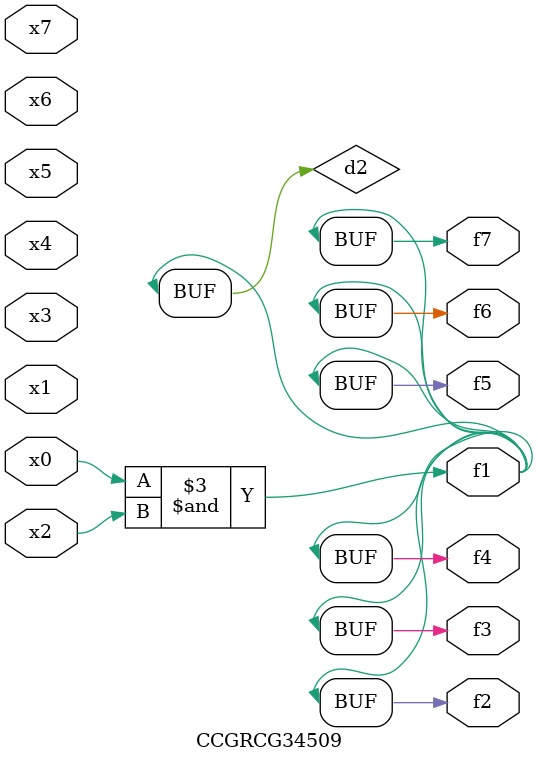
<source format=v>
module CCGRCG34509(
	input x0, x1, x2, x3, x4, x5, x6, x7,
	output f1, f2, f3, f4, f5, f6, f7
);

	wire d1, d2;

	nor (d1, x3, x6);
	and (d2, x0, x2);
	assign f1 = d2;
	assign f2 = d2;
	assign f3 = d2;
	assign f4 = d2;
	assign f5 = d2;
	assign f6 = d2;
	assign f7 = d2;
endmodule

</source>
